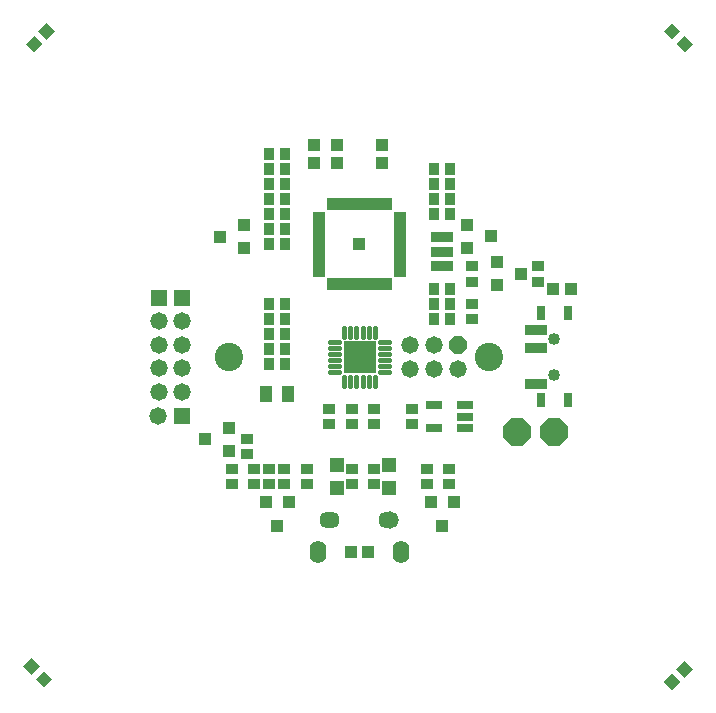
<source format=gts>
G75*
G70*
%OFA0B0*%
%FSLAX24Y24*%
%IPPOS*%
%LPD*%
%AMOC8*
5,1,8,0,0,1.08239X$1,22.5*
%
%ADD10C,0.0946*%
%ADD11R,0.0394X0.0394*%
%ADD12R,0.0198X0.0395*%
%ADD13R,0.0395X0.0198*%
%ADD14R,0.0749X0.0356*%
%ADD15R,0.0434X0.0356*%
%ADD16R,0.0356X0.0434*%
%ADD17C,0.0180*%
%ADD18R,0.1110X0.1110*%
%ADD19R,0.0395X0.0395*%
%ADD20R,0.0430X0.0390*%
%ADD21R,0.0390X0.0430*%
%ADD22OC8,0.0930*%
%ADD23C,0.0580*%
%ADD24C,0.0570*%
%ADD25C,0.0552*%
%ADD26R,0.0395X0.0395*%
%ADD27R,0.0552X0.0297*%
%ADD28R,0.0395X0.0552*%
%ADD29R,0.0474X0.0474*%
%ADD30R,0.0780X0.0330*%
%ADD31R,0.0280X0.0480*%
%ADD32C,0.0400*%
%ADD33OC8,0.0580*%
%ADD34R,0.0580X0.0580*%
D10*
X019401Y023732D03*
X028063Y023732D03*
D11*
X023732Y027482D03*
D12*
X023732Y026143D03*
X023929Y026143D03*
X024126Y026143D03*
X024322Y026143D03*
X024519Y026143D03*
X024716Y026143D03*
X023535Y026143D03*
X023338Y026143D03*
X023141Y026143D03*
X022944Y026143D03*
X022748Y026143D03*
X022748Y028820D03*
X022944Y028820D03*
X023141Y028820D03*
X023338Y028820D03*
X023535Y028820D03*
X023732Y028820D03*
X023929Y028820D03*
X024126Y028820D03*
X024322Y028820D03*
X024519Y028820D03*
X024716Y028820D03*
D13*
X025070Y028466D03*
X025070Y028269D03*
X025070Y028072D03*
X025070Y027876D03*
X025070Y027679D03*
X025070Y027482D03*
X025070Y027285D03*
X025070Y027088D03*
X025070Y026891D03*
X025070Y026694D03*
X025070Y026498D03*
X022393Y026498D03*
X022393Y026694D03*
X022393Y026891D03*
X022393Y027088D03*
X022393Y027285D03*
X022393Y027482D03*
X022393Y027679D03*
X022393Y027876D03*
X022393Y028072D03*
X022393Y028269D03*
X022393Y028466D03*
D14*
X026482Y027704D03*
X026482Y027232D03*
X026482Y026759D03*
D15*
X027482Y026738D03*
X027482Y026226D03*
X027482Y025488D03*
X027482Y024976D03*
X029682Y026226D03*
X029682Y026738D03*
X025482Y021988D03*
X025482Y021476D03*
X024232Y021476D03*
X024232Y021988D03*
X023482Y021988D03*
X023482Y021476D03*
X022732Y021476D03*
X022732Y021988D03*
X023482Y019988D03*
X023482Y019476D03*
X024232Y019476D03*
X024232Y019988D03*
X025982Y019988D03*
X025982Y019476D03*
X026732Y019476D03*
X026732Y019988D03*
X021982Y019988D03*
X021982Y019476D03*
X021232Y019476D03*
X020732Y019476D03*
X020232Y019476D03*
X020232Y019988D03*
X020732Y019988D03*
X021232Y019988D03*
X019982Y020476D03*
X019982Y020988D03*
X019482Y019988D03*
X019482Y019476D03*
D16*
X020726Y023482D03*
X020726Y023982D03*
X020726Y024482D03*
X020726Y024982D03*
X020726Y025482D03*
X021238Y025482D03*
X021238Y024982D03*
X021238Y024482D03*
X021238Y023982D03*
X021238Y023482D03*
X021238Y027482D03*
X021238Y027982D03*
X020726Y027982D03*
X020726Y027482D03*
X020726Y028482D03*
X020726Y028982D03*
X020726Y029482D03*
X020726Y029982D03*
X020726Y030482D03*
X021238Y030482D03*
X021238Y029982D03*
X021238Y029482D03*
X021238Y028982D03*
X021238Y028482D03*
X026226Y028482D03*
X026226Y028982D03*
X026226Y029482D03*
X026226Y029982D03*
X026738Y029982D03*
X026738Y029482D03*
X026738Y028982D03*
X026738Y028482D03*
X026738Y025982D03*
X026738Y025482D03*
X026738Y024982D03*
X026226Y024982D03*
X026226Y025482D03*
X026226Y025982D03*
D17*
X024703Y024227D02*
X024403Y024227D01*
X024403Y024027D02*
X024703Y024027D01*
X024703Y023829D02*
X024403Y023829D01*
X024403Y023619D02*
X024703Y023619D01*
X024703Y023420D02*
X024403Y023420D01*
X024403Y023221D02*
X024703Y023221D01*
X024238Y023047D02*
X024238Y022747D01*
X024039Y022747D02*
X024039Y023047D01*
X023841Y023047D02*
X023841Y022747D01*
X023631Y022747D02*
X023631Y023047D01*
X023432Y023047D02*
X023432Y022747D01*
X023233Y022747D02*
X023233Y023047D01*
X023068Y023221D02*
X022768Y023221D01*
X022768Y023420D02*
X023068Y023420D01*
X023068Y023619D02*
X022768Y023619D01*
X022768Y023829D02*
X023068Y023829D01*
X023068Y024027D02*
X022768Y024027D01*
X022768Y024227D02*
X023068Y024227D01*
X023233Y024401D02*
X023233Y024701D01*
X023432Y024701D02*
X023432Y024401D01*
X023631Y024401D02*
X023631Y024701D01*
X023841Y024701D02*
X023841Y024401D01*
X024039Y024401D02*
X024039Y024701D01*
X024238Y024701D02*
X024238Y024401D01*
D18*
X023740Y023728D03*
D19*
X024027Y017232D03*
X023437Y017232D03*
X030187Y025982D03*
X030777Y025982D03*
X024482Y030187D03*
X024482Y030777D03*
X022982Y030777D03*
X022982Y030187D03*
X022232Y030187D03*
X022232Y030777D03*
D20*
X019882Y028102D03*
X019082Y027722D03*
X019882Y027342D03*
X019382Y021352D03*
X019382Y020592D03*
X018582Y020972D03*
X027332Y027362D03*
X027332Y028122D03*
X028132Y027742D03*
X028332Y026872D03*
X028332Y026112D03*
X029132Y026492D03*
D21*
X026872Y018882D03*
X026112Y018882D03*
X026492Y018082D03*
X021372Y018882D03*
X020992Y018082D03*
X020612Y018882D03*
D22*
X028982Y021232D03*
X030232Y021232D03*
D23*
X027032Y023332D03*
X026232Y023332D03*
X026232Y024132D03*
X025432Y024132D03*
X025432Y023332D03*
X024762Y018292D03*
X017826Y022551D03*
X017039Y022551D03*
X017039Y023338D03*
X017039Y024126D03*
X017039Y024913D03*
X017826Y024913D03*
X017826Y024126D03*
X017826Y023338D03*
X017033Y021763D03*
D24*
X022702Y018292D03*
X022802Y018292D03*
X024662Y018292D03*
D25*
X025112Y017332D03*
X025112Y017132D03*
X022352Y017132D03*
X022352Y017332D03*
D26*
G36*
X012936Y012990D02*
X013214Y013268D01*
X013492Y012990D01*
X013214Y012712D01*
X012936Y012990D01*
G37*
G36*
X012518Y013408D02*
X012796Y013686D01*
X013074Y013408D01*
X012796Y013130D01*
X012518Y013408D01*
G37*
G36*
X012893Y034431D02*
X013171Y034153D01*
X012893Y033875D01*
X012615Y034153D01*
X012893Y034431D01*
G37*
G36*
X013311Y034849D02*
X013589Y034571D01*
X013311Y034293D01*
X013033Y034571D01*
X013311Y034849D01*
G37*
G36*
X033875Y034571D02*
X034153Y034849D01*
X034431Y034571D01*
X034153Y034293D01*
X033875Y034571D01*
G37*
G36*
X034293Y034153D02*
X034571Y034431D01*
X034849Y034153D01*
X034571Y033875D01*
X034293Y034153D01*
G37*
G36*
X034571Y013589D02*
X034849Y013311D01*
X034571Y013033D01*
X034293Y013311D01*
X034571Y013589D01*
G37*
G36*
X034153Y013171D02*
X034431Y012893D01*
X034153Y012615D01*
X033875Y012893D01*
X034153Y013171D01*
G37*
D27*
X027244Y021358D03*
X027244Y021732D03*
X027244Y022106D03*
X026220Y022106D03*
X026220Y021358D03*
D28*
X021336Y022482D03*
X020628Y022482D03*
D29*
X022982Y020126D03*
X022982Y019338D03*
X024732Y019338D03*
X024732Y020126D03*
D30*
X029632Y022832D03*
X029632Y024032D03*
X029632Y024632D03*
D31*
X029782Y025182D03*
X030682Y025182D03*
X030682Y022282D03*
X029782Y022282D03*
D32*
X030232Y023132D03*
X030232Y024332D03*
D33*
X027032Y024132D03*
D34*
X017826Y025700D03*
X017039Y025700D03*
X017833Y021763D03*
M02*

</source>
